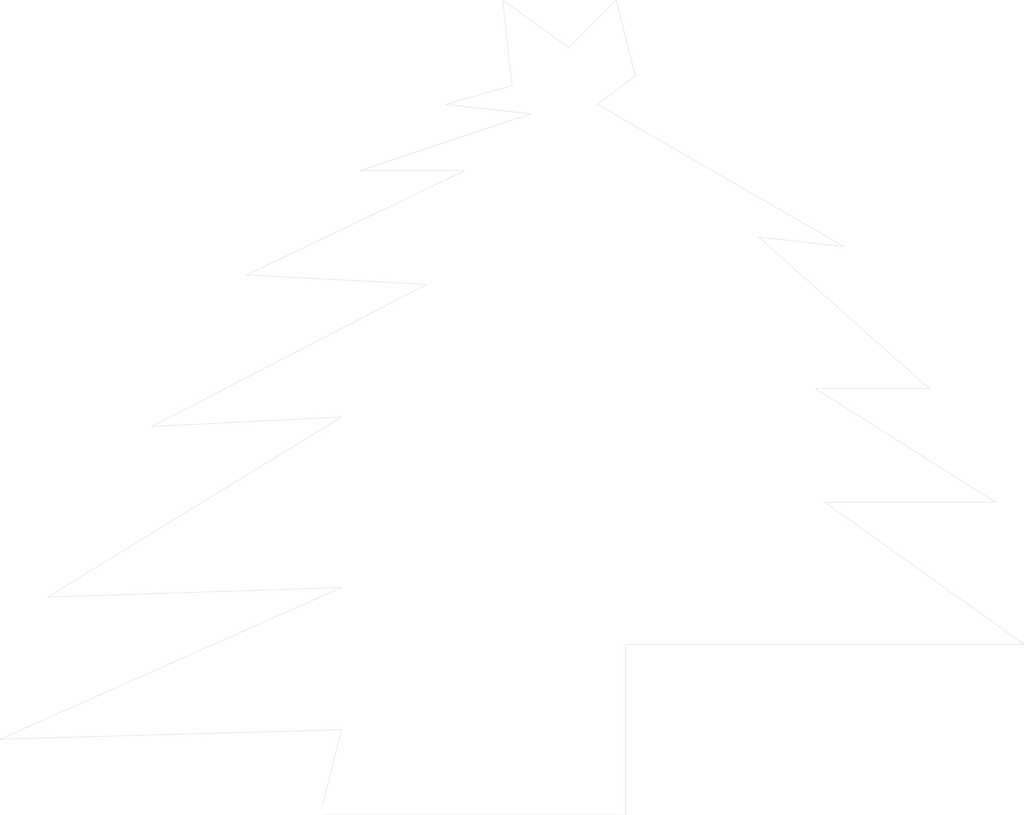
<source format=kicad_pcb>
(kicad_pcb (version 20171130) (host pcbnew "(5.1.6)-1")

  (general
    (thickness 1.6)
    (drawings 28)
    (tracks 0)
    (zones 0)
    (modules 0)
    (nets 1)
  )

  (page A4)
  (layers
    (0 F.Cu signal)
    (31 B.Cu signal)
    (32 B.Adhes user)
    (33 F.Adhes user)
    (34 B.Paste user)
    (35 F.Paste user)
    (36 B.SilkS user)
    (37 F.SilkS user)
    (38 B.Mask user)
    (39 F.Mask user)
    (40 Dwgs.User user)
    (41 Cmts.User user)
    (42 Eco1.User user)
    (43 Eco2.User user)
    (44 Edge.Cuts user)
    (45 Margin user)
    (46 B.CrtYd user)
    (47 F.CrtYd user)
    (48 B.Fab user)
    (49 F.Fab user)
  )

  (setup
    (last_trace_width 0.25)
    (trace_clearance 0.2)
    (zone_clearance 0.508)
    (zone_45_only no)
    (trace_min 0.2)
    (via_size 0.8)
    (via_drill 0.4)
    (via_min_size 0.4)
    (via_min_drill 0.3)
    (uvia_size 0.3)
    (uvia_drill 0.1)
    (uvias_allowed no)
    (uvia_min_size 0.2)
    (uvia_min_drill 0.1)
    (edge_width 0.05)
    (segment_width 0.2)
    (pcb_text_width 0.3)
    (pcb_text_size 1.5 1.5)
    (mod_edge_width 0.12)
    (mod_text_size 1 1)
    (mod_text_width 0.15)
    (pad_size 1.524 1.524)
    (pad_drill 0.762)
    (pad_to_mask_clearance 0.05)
    (aux_axis_origin 0 0)
    (visible_elements FFFFFF7F)
    (pcbplotparams
      (layerselection 0x010fc_ffffffff)
      (usegerberextensions false)
      (usegerberattributes true)
      (usegerberadvancedattributes true)
      (creategerberjobfile true)
      (excludeedgelayer true)
      (linewidth 0.100000)
      (plotframeref false)
      (viasonmask false)
      (mode 1)
      (useauxorigin false)
      (hpglpennumber 1)
      (hpglpenspeed 20)
      (hpglpendiameter 15.000000)
      (psnegative false)
      (psa4output false)
      (plotreference true)
      (plotvalue true)
      (plotinvisibletext false)
      (padsonsilk false)
      (subtractmaskfromsilk false)
      (outputformat 1)
      (mirror false)
      (drillshape 1)
      (scaleselection 1)
      (outputdirectory ""))
  )

  (net 0 "")

  (net_class Default "This is the default net class."
    (clearance 0.2)
    (trace_width 0.25)
    (via_dia 0.8)
    (via_drill 0.4)
    (uvia_dia 0.3)
    (uvia_drill 0.1)
  )

  (gr_line (start 104.14 115.57) (end 101.6 125.73) (layer Edge.Cuts) (width 0.05))
  (gr_line (start 58.42 116.84) (end 104.14 115.57) (layer Edge.Cuts) (width 0.05))
  (gr_line (start 104.14 96.52) (end 58.42 116.84) (layer Edge.Cuts) (width 0.05))
  (gr_line (start 64.77 97.79) (end 104.14 96.52) (layer Edge.Cuts) (width 0.05))
  (gr_line (start 104.14 73.66) (end 64.77 97.79) (layer Edge.Cuts) (width 0.05))
  (gr_line (start 78.74 74.93) (end 104.14 73.66) (layer Edge.Cuts) (width 0.05))
  (gr_line (start 115.57 55.88) (end 78.74 74.93) (layer Edge.Cuts) (width 0.05))
  (gr_line (start 91.44 54.61) (end 115.57 55.88) (layer Edge.Cuts) (width 0.05))
  (gr_line (start 120.65 40.64) (end 91.44 54.61) (layer Edge.Cuts) (width 0.05))
  (gr_line (start 106.68 40.64) (end 120.65 40.64) (layer Edge.Cuts) (width 0.05))
  (gr_line (start 129.54 33.02) (end 106.68 40.64) (layer Edge.Cuts) (width 0.05))
  (gr_line (start 118.11 31.75) (end 129.54 33.02) (layer Edge.Cuts) (width 0.05))
  (gr_line (start 127 29.21) (end 118.11 31.75) (layer Edge.Cuts) (width 0.05))
  (gr_line (start 125.73 17.78) (end 127 29.21) (layer Edge.Cuts) (width 0.05))
  (gr_line (start 134.62 24.13) (end 125.73 17.78) (layer Edge.Cuts) (width 0.05))
  (gr_line (start 140.97 17.78) (end 134.62 24.13) (layer Edge.Cuts) (width 0.05))
  (gr_line (start 143.51 27.94) (end 140.97 17.78) (layer Edge.Cuts) (width 0.05))
  (gr_line (start 138.43 31.75) (end 143.51 27.94) (layer Edge.Cuts) (width 0.05))
  (gr_line (start 171.45 50.8) (end 138.43 31.75) (layer Edge.Cuts) (width 0.05))
  (gr_line (start 160.02 49.53) (end 171.45 50.8) (layer Edge.Cuts) (width 0.05))
  (gr_line (start 182.88 69.85) (end 160.02 49.53) (layer Edge.Cuts) (width 0.05))
  (gr_line (start 167.64 69.85) (end 182.88 69.85) (layer Edge.Cuts) (width 0.05))
  (gr_line (start 191.77 85.09) (end 167.64 69.85) (layer Edge.Cuts) (width 0.05))
  (gr_line (start 168.91 85.09) (end 191.77 85.09) (layer Edge.Cuts) (width 0.05))
  (gr_line (start 195.58 104.14) (end 168.91 85.09) (layer Edge.Cuts) (width 0.05))
  (gr_line (start 142.24 104.14) (end 195.58 104.14) (layer Edge.Cuts) (width 0.05))
  (gr_line (start 142.24 127) (end 142.24 104.14) (layer Edge.Cuts) (width 0.05))
  (gr_line (start 101.6 127) (end 142.24 127) (layer Edge.Cuts) (width 0.05))

)

</source>
